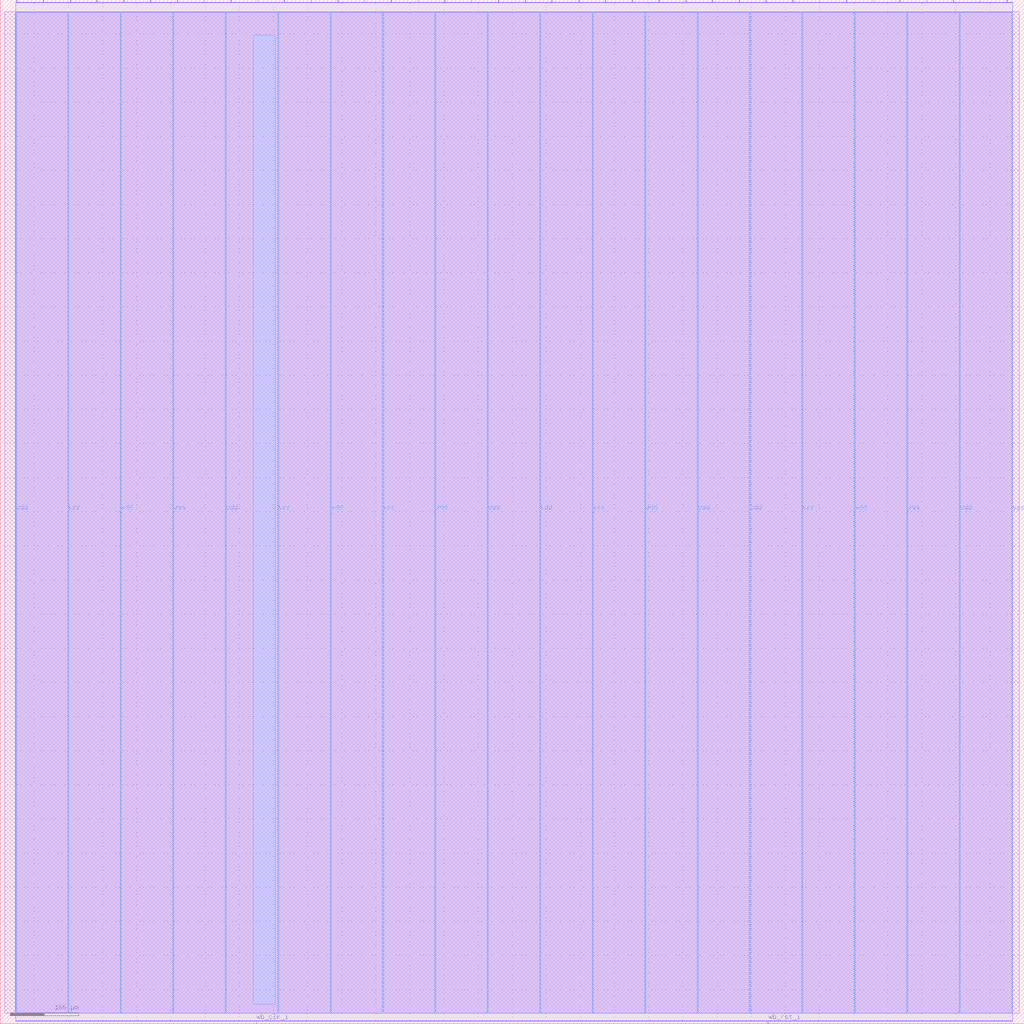
<source format=lef>
VERSION 5.7 ;
  NOWIREEXTENSIONATPIN ON ;
  DIVIDERCHAR "/" ;
  BUSBITCHARS "[]" ;
MACRO cntr_example
  CLASS BLOCK ;
  FOREIGN cntr_example ;
  ORIGIN 0.000 0.000 ;
  SIZE 1500.000 BY 1500.000 ;
  PIN io_out[0]
    DIRECTION OUTPUT TRISTATE ;
    USE SIGNAL ;
    PORT
      LAYER Metal2 ;
        RECT 24.080 1496.000 24.640 1500.000 ;
    END
  END io_out[0]
  PIN io_out[10]
    DIRECTION OUTPUT TRISTATE ;
    USE SIGNAL ;
    PORT
      LAYER Metal2 ;
        RECT 416.080 1496.000 416.640 1500.000 ;
    END
  END io_out[10]
  PIN io_out[11]
    DIRECTION OUTPUT TRISTATE ;
    USE SIGNAL ;
    PORT
      LAYER Metal2 ;
        RECT 455.280 1496.000 455.840 1500.000 ;
    END
  END io_out[11]
  PIN io_out[12]
    DIRECTION OUTPUT TRISTATE ;
    USE SIGNAL ;
    PORT
      LAYER Metal2 ;
        RECT 494.480 1496.000 495.040 1500.000 ;
    END
  END io_out[12]
  PIN io_out[13]
    DIRECTION OUTPUT TRISTATE ;
    USE SIGNAL ;
    PORT
      LAYER Metal2 ;
        RECT 533.680 1496.000 534.240 1500.000 ;
    END
  END io_out[13]
  PIN io_out[14]
    DIRECTION OUTPUT TRISTATE ;
    USE SIGNAL ;
    PORT
      LAYER Metal2 ;
        RECT 572.880 1496.000 573.440 1500.000 ;
    END
  END io_out[14]
  PIN io_out[15]
    DIRECTION OUTPUT TRISTATE ;
    USE SIGNAL ;
    PORT
      LAYER Metal2 ;
        RECT 612.080 1496.000 612.640 1500.000 ;
    END
  END io_out[15]
  PIN io_out[16]
    DIRECTION OUTPUT TRISTATE ;
    USE SIGNAL ;
    PORT
      LAYER Metal2 ;
        RECT 651.280 1496.000 651.840 1500.000 ;
    END
  END io_out[16]
  PIN io_out[17]
    DIRECTION OUTPUT TRISTATE ;
    USE SIGNAL ;
    PORT
      LAYER Metal2 ;
        RECT 690.480 1496.000 691.040 1500.000 ;
    END
  END io_out[17]
  PIN io_out[18]
    DIRECTION OUTPUT TRISTATE ;
    USE SIGNAL ;
    PORT
      LAYER Metal2 ;
        RECT 729.680 1496.000 730.240 1500.000 ;
    END
  END io_out[18]
  PIN io_out[19]
    DIRECTION OUTPUT TRISTATE ;
    USE SIGNAL ;
    PORT
      LAYER Metal2 ;
        RECT 768.880 1496.000 769.440 1500.000 ;
    END
  END io_out[19]
  PIN io_out[1]
    DIRECTION OUTPUT TRISTATE ;
    USE SIGNAL ;
    PORT
      LAYER Metal2 ;
        RECT 63.280 1496.000 63.840 1500.000 ;
    END
  END io_out[1]
  PIN io_out[20]
    DIRECTION OUTPUT TRISTATE ;
    USE SIGNAL ;
    PORT
      LAYER Metal2 ;
        RECT 808.080 1496.000 808.640 1500.000 ;
    END
  END io_out[20]
  PIN io_out[21]
    DIRECTION OUTPUT TRISTATE ;
    USE SIGNAL ;
    PORT
      LAYER Metal2 ;
        RECT 847.280 1496.000 847.840 1500.000 ;
    END
  END io_out[21]
  PIN io_out[22]
    DIRECTION OUTPUT TRISTATE ;
    USE SIGNAL ;
    PORT
      LAYER Metal2 ;
        RECT 886.480 1496.000 887.040 1500.000 ;
    END
  END io_out[22]
  PIN io_out[23]
    DIRECTION OUTPUT TRISTATE ;
    USE SIGNAL ;
    PORT
      LAYER Metal2 ;
        RECT 925.680 1496.000 926.240 1500.000 ;
    END
  END io_out[23]
  PIN io_out[24]
    DIRECTION OUTPUT TRISTATE ;
    USE SIGNAL ;
    PORT
      LAYER Metal2 ;
        RECT 964.880 1496.000 965.440 1500.000 ;
    END
  END io_out[24]
  PIN io_out[25]
    DIRECTION OUTPUT TRISTATE ;
    USE SIGNAL ;
    PORT
      LAYER Metal2 ;
        RECT 1004.080 1496.000 1004.640 1500.000 ;
    END
  END io_out[25]
  PIN io_out[26]
    DIRECTION OUTPUT TRISTATE ;
    USE SIGNAL ;
    PORT
      LAYER Metal2 ;
        RECT 1043.280 1496.000 1043.840 1500.000 ;
    END
  END io_out[26]
  PIN io_out[27]
    DIRECTION OUTPUT TRISTATE ;
    USE SIGNAL ;
    PORT
      LAYER Metal2 ;
        RECT 1082.480 1496.000 1083.040 1500.000 ;
    END
  END io_out[27]
  PIN io_out[28]
    DIRECTION OUTPUT TRISTATE ;
    USE SIGNAL ;
    PORT
      LAYER Metal2 ;
        RECT 1121.680 1496.000 1122.240 1500.000 ;
    END
  END io_out[28]
  PIN io_out[29]
    DIRECTION OUTPUT TRISTATE ;
    USE SIGNAL ;
    PORT
      LAYER Metal2 ;
        RECT 1160.880 1496.000 1161.440 1500.000 ;
    END
  END io_out[29]
  PIN io_out[2]
    DIRECTION OUTPUT TRISTATE ;
    USE SIGNAL ;
    PORT
      LAYER Metal2 ;
        RECT 102.480 1496.000 103.040 1500.000 ;
    END
  END io_out[2]
  PIN io_out[30]
    DIRECTION OUTPUT TRISTATE ;
    USE SIGNAL ;
    PORT
      LAYER Metal2 ;
        RECT 1200.080 1496.000 1200.640 1500.000 ;
    END
  END io_out[30]
  PIN io_out[31]
    DIRECTION OUTPUT TRISTATE ;
    USE SIGNAL ;
    PORT
      LAYER Metal2 ;
        RECT 1239.280 1496.000 1239.840 1500.000 ;
    END
  END io_out[31]
  PIN io_out[32]
    DIRECTION OUTPUT TRISTATE ;
    USE SIGNAL ;
    PORT
      LAYER Metal2 ;
        RECT 1278.480 1496.000 1279.040 1500.000 ;
    END
  END io_out[32]
  PIN io_out[33]
    DIRECTION OUTPUT TRISTATE ;
    USE SIGNAL ;
    PORT
      LAYER Metal2 ;
        RECT 1317.680 1496.000 1318.240 1500.000 ;
    END
  END io_out[33]
  PIN io_out[34]
    DIRECTION OUTPUT TRISTATE ;
    USE SIGNAL ;
    PORT
      LAYER Metal2 ;
        RECT 1356.880 1496.000 1357.440 1500.000 ;
    END
  END io_out[34]
  PIN io_out[35]
    DIRECTION OUTPUT TRISTATE ;
    USE SIGNAL ;
    PORT
      LAYER Metal2 ;
        RECT 1396.080 1496.000 1396.640 1500.000 ;
    END
  END io_out[35]
  PIN io_out[36]
    DIRECTION OUTPUT TRISTATE ;
    USE SIGNAL ;
    PORT
      LAYER Metal2 ;
        RECT 1435.280 1496.000 1435.840 1500.000 ;
    END
  END io_out[36]
  PIN io_out[37]
    DIRECTION OUTPUT TRISTATE ;
    USE SIGNAL ;
    PORT
      LAYER Metal2 ;
        RECT 1474.480 1496.000 1475.040 1500.000 ;
    END
  END io_out[37]
  PIN io_out[3]
    DIRECTION OUTPUT TRISTATE ;
    USE SIGNAL ;
    PORT
      LAYER Metal2 ;
        RECT 141.680 1496.000 142.240 1500.000 ;
    END
  END io_out[3]
  PIN io_out[4]
    DIRECTION OUTPUT TRISTATE ;
    USE SIGNAL ;
    PORT
      LAYER Metal2 ;
        RECT 180.880 1496.000 181.440 1500.000 ;
    END
  END io_out[4]
  PIN io_out[5]
    DIRECTION OUTPUT TRISTATE ;
    USE SIGNAL ;
    PORT
      LAYER Metal2 ;
        RECT 220.080 1496.000 220.640 1500.000 ;
    END
  END io_out[5]
  PIN io_out[6]
    DIRECTION OUTPUT TRISTATE ;
    USE SIGNAL ;
    PORT
      LAYER Metal2 ;
        RECT 259.280 1496.000 259.840 1500.000 ;
    END
  END io_out[6]
  PIN io_out[7]
    DIRECTION OUTPUT TRISTATE ;
    USE SIGNAL ;
    PORT
      LAYER Metal2 ;
        RECT 298.480 1496.000 299.040 1500.000 ;
    END
  END io_out[7]
  PIN io_out[8]
    DIRECTION OUTPUT TRISTATE ;
    USE SIGNAL ;
    PORT
      LAYER Metal2 ;
        RECT 337.680 1496.000 338.240 1500.000 ;
    END
  END io_out[8]
  PIN io_out[9]
    DIRECTION OUTPUT TRISTATE ;
    USE SIGNAL ;
    PORT
      LAYER Metal2 ;
        RECT 376.880 1496.000 377.440 1500.000 ;
    END
  END io_out[9]
  PIN vdd
    DIRECTION INOUT ;
    USE POWER ;
    PORT
      LAYER Metal4 ;
        RECT 22.240 15.380 23.840 1482.060 ;
    END
    PORT
      LAYER Metal4 ;
        RECT 175.840 15.380 177.440 1482.060 ;
    END
    PORT
      LAYER Metal4 ;
        RECT 329.440 15.380 331.040 1482.060 ;
    END
    PORT
      LAYER Metal4 ;
        RECT 483.040 15.380 484.640 1482.060 ;
    END
    PORT
      LAYER Metal4 ;
        RECT 636.640 15.380 638.240 1482.060 ;
    END
    PORT
      LAYER Metal4 ;
        RECT 790.240 15.380 791.840 1482.060 ;
    END
    PORT
      LAYER Metal4 ;
        RECT 943.840 15.380 945.440 1482.060 ;
    END
    PORT
      LAYER Metal4 ;
        RECT 1097.440 15.380 1099.040 1482.060 ;
    END
    PORT
      LAYER Metal4 ;
        RECT 1251.040 15.380 1252.640 1482.060 ;
    END
    PORT
      LAYER Metal4 ;
        RECT 1404.640 15.380 1406.240 1482.060 ;
    END
  END vdd
  PIN vss
    DIRECTION INOUT ;
    USE GROUND ;
    PORT
      LAYER Metal4 ;
        RECT 99.040 15.380 100.640 1482.060 ;
    END
    PORT
      LAYER Metal4 ;
        RECT 252.640 15.380 254.240 1482.060 ;
    END
    PORT
      LAYER Metal4 ;
        RECT 406.240 15.380 407.840 1482.060 ;
    END
    PORT
      LAYER Metal4 ;
        RECT 559.840 15.380 561.440 1482.060 ;
    END
    PORT
      LAYER Metal4 ;
        RECT 713.440 15.380 715.040 1482.060 ;
    END
    PORT
      LAYER Metal4 ;
        RECT 867.040 15.380 868.640 1482.060 ;
    END
    PORT
      LAYER Metal4 ;
        RECT 1020.640 15.380 1022.240 1482.060 ;
    END
    PORT
      LAYER Metal4 ;
        RECT 1174.240 15.380 1175.840 1482.060 ;
    END
    PORT
      LAYER Metal4 ;
        RECT 1327.840 15.380 1329.440 1482.060 ;
    END
    PORT
      LAYER Metal4 ;
        RECT 1481.440 15.380 1483.040 1482.060 ;
    END
  END vss
  PIN wb_clk_i
    DIRECTION INPUT ;
    USE SIGNAL ;
    PORT
      LAYER Metal2 ;
        RECT 374.640 0.000 375.200 4.000 ;
    END
  END wb_clk_i
  PIN wb_rst_i
    DIRECTION INPUT ;
    USE SIGNAL ;
    PORT
      LAYER Metal2 ;
        RECT 1124.480 0.000 1125.040 4.000 ;
    END
  END wb_rst_i
  OBS
      LAYER Metal1 ;
        RECT 6.720 15.380 1492.960 1482.730 ;
      LAYER Metal2 ;
        RECT 22.380 1495.700 23.780 1496.000 ;
        RECT 24.940 1495.700 62.980 1496.000 ;
        RECT 64.140 1495.700 102.180 1496.000 ;
        RECT 103.340 1495.700 141.380 1496.000 ;
        RECT 142.540 1495.700 180.580 1496.000 ;
        RECT 181.740 1495.700 219.780 1496.000 ;
        RECT 220.940 1495.700 258.980 1496.000 ;
        RECT 260.140 1495.700 298.180 1496.000 ;
        RECT 299.340 1495.700 337.380 1496.000 ;
        RECT 338.540 1495.700 376.580 1496.000 ;
        RECT 377.740 1495.700 415.780 1496.000 ;
        RECT 416.940 1495.700 454.980 1496.000 ;
        RECT 456.140 1495.700 494.180 1496.000 ;
        RECT 495.340 1495.700 533.380 1496.000 ;
        RECT 534.540 1495.700 572.580 1496.000 ;
        RECT 573.740 1495.700 611.780 1496.000 ;
        RECT 612.940 1495.700 650.980 1496.000 ;
        RECT 652.140 1495.700 690.180 1496.000 ;
        RECT 691.340 1495.700 729.380 1496.000 ;
        RECT 730.540 1495.700 768.580 1496.000 ;
        RECT 769.740 1495.700 807.780 1496.000 ;
        RECT 808.940 1495.700 846.980 1496.000 ;
        RECT 848.140 1495.700 886.180 1496.000 ;
        RECT 887.340 1495.700 925.380 1496.000 ;
        RECT 926.540 1495.700 964.580 1496.000 ;
        RECT 965.740 1495.700 1003.780 1496.000 ;
        RECT 1004.940 1495.700 1042.980 1496.000 ;
        RECT 1044.140 1495.700 1082.180 1496.000 ;
        RECT 1083.340 1495.700 1121.380 1496.000 ;
        RECT 1122.540 1495.700 1160.580 1496.000 ;
        RECT 1161.740 1495.700 1199.780 1496.000 ;
        RECT 1200.940 1495.700 1238.980 1496.000 ;
        RECT 1240.140 1495.700 1278.180 1496.000 ;
        RECT 1279.340 1495.700 1317.380 1496.000 ;
        RECT 1318.540 1495.700 1356.580 1496.000 ;
        RECT 1357.740 1495.700 1395.780 1496.000 ;
        RECT 1396.940 1495.700 1434.980 1496.000 ;
        RECT 1436.140 1495.700 1474.180 1496.000 ;
        RECT 1475.340 1495.700 1482.900 1496.000 ;
        RECT 22.380 4.300 1482.900 1495.700 ;
        RECT 22.380 4.000 374.340 4.300 ;
        RECT 375.500 4.000 1124.180 4.300 ;
        RECT 1125.340 4.000 1482.900 4.300 ;
      LAYER Metal3 ;
        RECT 22.330 15.540 1482.950 1481.900 ;
      LAYER Metal4 ;
        RECT 370.860 28.650 403.060 1448.070 ;
  END
END cntr_example
END LIBRARY


</source>
